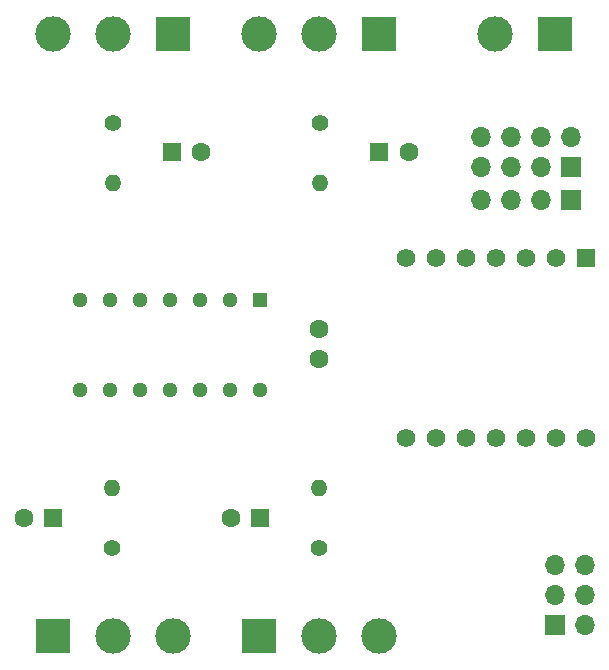
<source format=gbr>
%TF.GenerationSoftware,KiCad,Pcbnew,8.0.2*%
%TF.CreationDate,2024-06-01T13:45:06-03:00*%
%TF.ProjectId,Porthole Controller,506f7274-686f-46c6-9520-436f6e74726f,1*%
%TF.SameCoordinates,Original*%
%TF.FileFunction,Soldermask,Top*%
%TF.FilePolarity,Negative*%
%FSLAX46Y46*%
G04 Gerber Fmt 4.6, Leading zero omitted, Abs format (unit mm)*
G04 Created by KiCad (PCBNEW 8.0.2) date 2024-06-01 13:45:06*
%MOMM*%
%LPD*%
G01*
G04 APERTURE LIST*
G04 Aperture macros list*
%AMRoundRect*
0 Rectangle with rounded corners*
0 $1 Rounding radius*
0 $2 $3 $4 $5 $6 $7 $8 $9 X,Y pos of 4 corners*
0 Add a 4 corners polygon primitive as box body*
4,1,4,$2,$3,$4,$5,$6,$7,$8,$9,$2,$3,0*
0 Add four circle primitives for the rounded corners*
1,1,$1+$1,$2,$3*
1,1,$1+$1,$4,$5*
1,1,$1+$1,$6,$7*
1,1,$1+$1,$8,$9*
0 Add four rect primitives between the rounded corners*
20,1,$1+$1,$2,$3,$4,$5,0*
20,1,$1+$1,$4,$5,$6,$7,0*
20,1,$1+$1,$6,$7,$8,$9,0*
20,1,$1+$1,$8,$9,$2,$3,0*%
G04 Aperture macros list end*
%ADD10R,3.000000X3.000000*%
%ADD11C,3.000000*%
%ADD12R,1.700000X1.700000*%
%ADD13O,1.700000X1.700000*%
%ADD14R,1.600000X1.600000*%
%ADD15C,1.600000*%
%ADD16C,1.400000*%
%ADD17O,1.400000X1.400000*%
%ADD18R,1.295400X1.295400*%
%ADD19C,1.295400*%
%ADD20RoundRect,0.102000X-0.679000X0.679000X-0.679000X-0.679000X0.679000X-0.679000X0.679000X0.679000X0*%
%ADD21C,1.562000*%
G04 APERTURE END LIST*
D10*
%TO.C,J4*%
X164920000Y-133500000D03*
D11*
X170000000Y-133500000D03*
X175080000Y-133500000D03*
%TD*%
D12*
%TO.C,J8*%
X191300000Y-96525000D03*
D13*
X188760000Y-96525000D03*
X186220000Y-96525000D03*
X183680000Y-96525000D03*
%TD*%
D14*
%TO.C,C2*%
X175080000Y-92500000D03*
D15*
X177580000Y-92500000D03*
%TD*%
D10*
%TO.C,J1*%
X175080000Y-82500000D03*
D11*
X170000000Y-82500000D03*
X164920000Y-82500000D03*
%TD*%
D10*
%TO.C,J3*%
X147420000Y-133500000D03*
D11*
X152500000Y-133500000D03*
X157580000Y-133500000D03*
%TD*%
D14*
%TO.C,C3*%
X157500000Y-92500000D03*
D15*
X160000000Y-92500000D03*
%TD*%
D12*
%TO.C,J6*%
X191300000Y-93790000D03*
D13*
X191300000Y-91250000D03*
X188760000Y-93790000D03*
X188760000Y-91250000D03*
X186220000Y-93790000D03*
X186220000Y-91250000D03*
X183680000Y-93790000D03*
X183680000Y-91250000D03*
%TD*%
D14*
%TO.C,C5*%
X165000000Y-123500000D03*
D15*
X162500000Y-123500000D03*
%TD*%
D16*
%TO.C,R1*%
X170080000Y-90000000D03*
D17*
X170080000Y-95080000D03*
%TD*%
D12*
%TO.C,J5*%
X189960000Y-132540000D03*
D13*
X192500000Y-132540000D03*
X189960000Y-130000000D03*
X192500000Y-130000000D03*
X189960000Y-127460000D03*
X192500000Y-127460000D03*
%TD*%
D16*
%TO.C,R3*%
X152420000Y-126000000D03*
D17*
X152420000Y-120920000D03*
%TD*%
D18*
%TO.C,U2*%
X165000000Y-105000000D03*
D19*
X162460000Y-105000000D03*
X159920000Y-105000000D03*
X157380000Y-105000000D03*
X154840000Y-105000000D03*
X152300000Y-105000000D03*
X149760000Y-105000000D03*
X149760000Y-112620000D03*
X152300000Y-112620000D03*
X154840000Y-112620000D03*
X157380000Y-112620000D03*
X159920000Y-112620000D03*
X162460000Y-112620000D03*
X165000000Y-112620000D03*
%TD*%
D10*
%TO.C,J7*%
X190000000Y-82500000D03*
D11*
X184920000Y-82500000D03*
%TD*%
D15*
%TO.C,C1*%
X170000000Y-110000000D03*
X170000000Y-107500000D03*
%TD*%
D14*
%TO.C,C4*%
X147500000Y-123500000D03*
D15*
X145000000Y-123500000D03*
%TD*%
D16*
%TO.C,R4*%
X170000000Y-126000000D03*
D17*
X170000000Y-120920000D03*
%TD*%
D16*
%TO.C,R2*%
X152580000Y-90000000D03*
D17*
X152580000Y-95080000D03*
%TD*%
D20*
%TO.C,U1*%
X192556500Y-101457500D03*
D21*
X190016500Y-101457500D03*
X187476500Y-101457500D03*
X184936500Y-101457500D03*
X182396500Y-101457500D03*
X179856500Y-101457500D03*
X177316500Y-101457500D03*
X177316500Y-116697500D03*
X179856500Y-116697500D03*
X182396500Y-116697500D03*
X184936500Y-116697500D03*
X187476500Y-116697500D03*
X190016500Y-116697500D03*
X192556500Y-116697500D03*
%TD*%
D10*
%TO.C,J2*%
X157580000Y-82500000D03*
D11*
X152500000Y-82500000D03*
X147420000Y-82500000D03*
%TD*%
M02*

</source>
